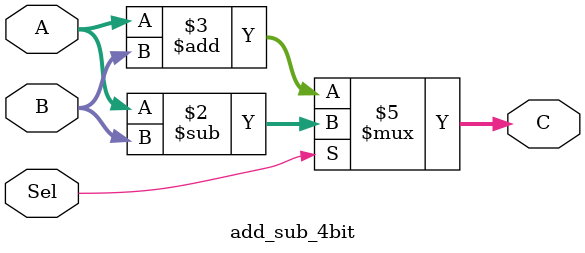
<source format=sv>
module add_sub_4bit(
 input logic [3:0] A, B,                   
 input logic Sel,  
 output logic [4:0] C);  
 //
 always @(*) begin
  if (Sel) C=A-B;
  else C=A+B;
 end
endmodule

</source>
